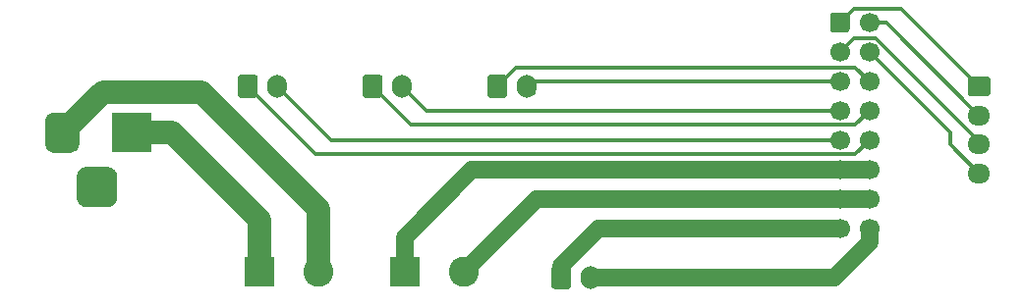
<source format=gbr>
%TF.GenerationSoftware,KiCad,Pcbnew,(5.1.12)-1*%
%TF.CreationDate,2021-12-09T20:49:17+01:00*%
%TF.ProjectId,adapter01,61646170-7465-4723-9031-2e6b69636164,rev?*%
%TF.SameCoordinates,Original*%
%TF.FileFunction,Copper,L1,Top*%
%TF.FilePolarity,Positive*%
%FSLAX46Y46*%
G04 Gerber Fmt 4.6, Leading zero omitted, Abs format (unit mm)*
G04 Created by KiCad (PCBNEW (5.1.12)-1) date 2021-12-09 20:49:17*
%MOMM*%
%LPD*%
G01*
G04 APERTURE LIST*
%TA.AperFunction,ComponentPad*%
%ADD10C,1.700000*%
%TD*%
%TA.AperFunction,ComponentPad*%
%ADD11O,1.700000X2.000000*%
%TD*%
%TA.AperFunction,ComponentPad*%
%ADD12O,1.950000X1.700000*%
%TD*%
%TA.AperFunction,ComponentPad*%
%ADD13R,2.600000X2.600000*%
%TD*%
%TA.AperFunction,ComponentPad*%
%ADD14C,2.600000*%
%TD*%
%TA.AperFunction,ComponentPad*%
%ADD15R,3.500000X3.500000*%
%TD*%
%TA.AperFunction,Conductor*%
%ADD16C,0.300000*%
%TD*%
%TA.AperFunction,Conductor*%
%ADD17C,0.250000*%
%TD*%
%TA.AperFunction,Conductor*%
%ADD18C,1.500000*%
%TD*%
%TA.AperFunction,Conductor*%
%ADD19C,2.000000*%
%TD*%
G04 APERTURE END LIST*
%TO.P,J7,1*%
%TO.N,Net-(J1-Pad1)*%
%TA.AperFunction,ComponentPad*%
G36*
G01*
X168150000Y-59100000D02*
X168150000Y-57900000D01*
G75*
G02*
X168400000Y-57650000I250000J0D01*
G01*
X169600000Y-57650000D01*
G75*
G02*
X169850000Y-57900000I0J-250000D01*
G01*
X169850000Y-59100000D01*
G75*
G02*
X169600000Y-59350000I-250000J0D01*
G01*
X168400000Y-59350000D01*
G75*
G02*
X168150000Y-59100000I0J250000D01*
G01*
G37*
%TD.AperFunction*%
D10*
%TO.P,J7,3*%
%TO.N,Net-(J1-Pad3)*%
X169000000Y-61040000D03*
%TO.P,J7,5*%
%TO.N,Net-(J2-Pad2)*%
X169000000Y-63580000D03*
%TO.P,J7,7*%
%TO.N,Net-(J3-Pad2)*%
X169000000Y-66120000D03*
%TO.P,J7,9*%
%TO.N,Net-(J4-Pad2)*%
X169000000Y-68660000D03*
%TO.P,J7,11*%
%TO.N,Net-(J5-Pad1)*%
X169000000Y-71200000D03*
%TO.P,J7,13*%
%TO.N,Net-(J5-Pad2)*%
X169000000Y-73740000D03*
%TO.P,J7,15*%
%TO.N,Net-(J6-Pad1)*%
X169000000Y-76280000D03*
%TO.P,J7,2*%
%TO.N,Net-(J1-Pad2)*%
X171540000Y-58500000D03*
%TO.P,J7,4*%
%TO.N,Net-(J1-Pad4)*%
X171540000Y-61040000D03*
%TO.P,J7,6*%
%TO.N,Net-(J2-Pad1)*%
X171540000Y-63580000D03*
%TO.P,J7,8*%
%TO.N,Net-(J3-Pad1)*%
X171540000Y-66120000D03*
%TO.P,J7,10*%
%TO.N,Net-(J4-Pad1)*%
X171540000Y-68660000D03*
%TO.P,J7,12*%
%TO.N,Net-(J5-Pad1)*%
X171540000Y-71200000D03*
%TO.P,J7,14*%
%TO.N,Net-(J5-Pad2)*%
X171540000Y-73740000D03*
%TO.P,J7,16*%
%TO.N,Net-(J6-Pad2)*%
X171540000Y-76280000D03*
%TD*%
%TO.P,J2,1*%
%TO.N,Net-(J2-Pad1)*%
%TA.AperFunction,ComponentPad*%
G36*
G01*
X138650000Y-64750000D02*
X138650000Y-63250000D01*
G75*
G02*
X138900000Y-63000000I250000J0D01*
G01*
X140100000Y-63000000D01*
G75*
G02*
X140350000Y-63250000I0J-250000D01*
G01*
X140350000Y-64750000D01*
G75*
G02*
X140100000Y-65000000I-250000J0D01*
G01*
X138900000Y-65000000D01*
G75*
G02*
X138650000Y-64750000I0J250000D01*
G01*
G37*
%TD.AperFunction*%
D11*
%TO.P,J2,2*%
%TO.N,Net-(J2-Pad2)*%
X142000000Y-64000000D03*
%TD*%
%TO.P,J1,1*%
%TO.N,Net-(J1-Pad1)*%
%TA.AperFunction,ComponentPad*%
G36*
G01*
X180275000Y-63150000D02*
X181725000Y-63150000D01*
G75*
G02*
X181975000Y-63400000I0J-250000D01*
G01*
X181975000Y-64600000D01*
G75*
G02*
X181725000Y-64850000I-250000J0D01*
G01*
X180275000Y-64850000D01*
G75*
G02*
X180025000Y-64600000I0J250000D01*
G01*
X180025000Y-63400000D01*
G75*
G02*
X180275000Y-63150000I250000J0D01*
G01*
G37*
%TD.AperFunction*%
D12*
%TO.P,J1,2*%
%TO.N,Net-(J1-Pad2)*%
X181000000Y-66500000D03*
%TO.P,J1,3*%
%TO.N,Net-(J1-Pad3)*%
X181000000Y-69000000D03*
%TO.P,J1,4*%
%TO.N,Net-(J1-Pad4)*%
X181000000Y-71500000D03*
%TD*%
D11*
%TO.P,J3,2*%
%TO.N,Net-(J3-Pad2)*%
X131250000Y-64000000D03*
%TO.P,J3,1*%
%TO.N,Net-(J3-Pad1)*%
%TA.AperFunction,ComponentPad*%
G36*
G01*
X127900000Y-64750000D02*
X127900000Y-63250000D01*
G75*
G02*
X128150000Y-63000000I250000J0D01*
G01*
X129350000Y-63000000D01*
G75*
G02*
X129600000Y-63250000I0J-250000D01*
G01*
X129600000Y-64750000D01*
G75*
G02*
X129350000Y-65000000I-250000J0D01*
G01*
X128150000Y-65000000D01*
G75*
G02*
X127900000Y-64750000I0J250000D01*
G01*
G37*
%TD.AperFunction*%
%TD*%
%TO.P,J4,1*%
%TO.N,Net-(J4-Pad1)*%
%TA.AperFunction,ComponentPad*%
G36*
G01*
X117150000Y-64750000D02*
X117150000Y-63250000D01*
G75*
G02*
X117400000Y-63000000I250000J0D01*
G01*
X118600000Y-63000000D01*
G75*
G02*
X118850000Y-63250000I0J-250000D01*
G01*
X118850000Y-64750000D01*
G75*
G02*
X118600000Y-65000000I-250000J0D01*
G01*
X117400000Y-65000000D01*
G75*
G02*
X117150000Y-64750000I0J250000D01*
G01*
G37*
%TD.AperFunction*%
%TO.P,J4,2*%
%TO.N,Net-(J4-Pad2)*%
X120500000Y-64000000D03*
%TD*%
D13*
%TO.P,J5,1*%
%TO.N,Net-(J5-Pad1)*%
X131500000Y-80000000D03*
D14*
%TO.P,J5,2*%
%TO.N,Net-(J5-Pad2)*%
X136580000Y-80000000D03*
%TD*%
D11*
%TO.P,J6,2*%
%TO.N,Net-(J6-Pad2)*%
X147500000Y-80500000D03*
%TO.P,J6,1*%
%TO.N,Net-(J6-Pad1)*%
%TA.AperFunction,ComponentPad*%
G36*
G01*
X144150000Y-81250000D02*
X144150000Y-79750000D01*
G75*
G02*
X144400000Y-79500000I250000J0D01*
G01*
X145600000Y-79500000D01*
G75*
G02*
X145850000Y-79750000I0J-250000D01*
G01*
X145850000Y-81250000D01*
G75*
G02*
X145600000Y-81500000I-250000J0D01*
G01*
X144400000Y-81500000D01*
G75*
G02*
X144150000Y-81250000I0J250000D01*
G01*
G37*
%TD.AperFunction*%
%TD*%
D15*
%TO.P,J8,1*%
%TO.N,Net-(J8-Pad1)*%
X108000000Y-68000000D03*
%TO.P,J8,2*%
%TO.N,Net-(J8-Pad2)*%
%TA.AperFunction,ComponentPad*%
G36*
G01*
X100500000Y-69000000D02*
X100500000Y-67000000D01*
G75*
G02*
X101250000Y-66250000I750000J0D01*
G01*
X102750000Y-66250000D01*
G75*
G02*
X103500000Y-67000000I0J-750000D01*
G01*
X103500000Y-69000000D01*
G75*
G02*
X102750000Y-69750000I-750000J0D01*
G01*
X101250000Y-69750000D01*
G75*
G02*
X100500000Y-69000000I0J750000D01*
G01*
G37*
%TD.AperFunction*%
%TO.P,J8,3*%
%TO.N,N/C*%
%TA.AperFunction,ComponentPad*%
G36*
G01*
X103250000Y-73575000D02*
X103250000Y-71825000D01*
G75*
G02*
X104125000Y-70950000I875000J0D01*
G01*
X105875000Y-70950000D01*
G75*
G02*
X106750000Y-71825000I0J-875000D01*
G01*
X106750000Y-73575000D01*
G75*
G02*
X105875000Y-74450000I-875000J0D01*
G01*
X104125000Y-74450000D01*
G75*
G02*
X103250000Y-73575000I0J875000D01*
G01*
G37*
%TD.AperFunction*%
%TD*%
D14*
%TO.P,J9,2*%
%TO.N,Net-(J8-Pad2)*%
X124080000Y-80000000D03*
D13*
%TO.P,J9,1*%
%TO.N,Net-(J8-Pad1)*%
X119000000Y-80000000D03*
%TD*%
D16*
%TO.N,Net-(J1-Pad1)*%
X174299999Y-57299999D02*
X181000000Y-64000000D01*
X170200001Y-57299999D02*
X174299999Y-57299999D01*
X169000000Y-58500000D02*
X170200001Y-57299999D01*
%TO.N,Net-(J1-Pad2)*%
X173000000Y-58500000D02*
X181000000Y-66500000D01*
X171540000Y-58500000D02*
X173000000Y-58500000D01*
%TO.N,Net-(J1-Pad3)*%
X181000000Y-68723998D02*
X181000000Y-69000000D01*
X172116001Y-59839999D02*
X181000000Y-68723998D01*
X170200001Y-59839999D02*
X172116001Y-59839999D01*
X169000000Y-61040000D02*
X170200001Y-59839999D01*
%TO.N,Net-(J1-Pad4)*%
X171540000Y-61040000D02*
X178500000Y-68000000D01*
X178500000Y-69000000D02*
X181000000Y-71500000D01*
X178500000Y-68000000D02*
X178500000Y-69000000D01*
%TO.N,Net-(J2-Pad1)*%
X170339999Y-62379999D02*
X171540000Y-63580000D01*
X141120001Y-62379999D02*
X170339999Y-62379999D01*
X139500000Y-64000000D02*
X141120001Y-62379999D01*
D17*
%TO.N,Net-(J2-Pad2)*%
X142580000Y-64580000D02*
X142000000Y-64000000D01*
D16*
X142420000Y-63580000D02*
X142000000Y-64000000D01*
X169000000Y-63580000D02*
X142420000Y-63580000D01*
%TO.N,Net-(J3-Pad2)*%
X133370000Y-66120000D02*
X169000000Y-66120000D01*
X131250000Y-64000000D02*
X133370000Y-66120000D01*
%TO.N,Net-(J3-Pad1)*%
X132070001Y-67320001D02*
X128750000Y-64000000D01*
X170339999Y-67320001D02*
X132070001Y-67320001D01*
X171540000Y-66120000D02*
X170339999Y-67320001D01*
%TO.N,Net-(J4-Pad1)*%
X123860001Y-69860001D02*
X118000000Y-64000000D01*
X170339999Y-69860001D02*
X123860001Y-69860001D01*
X171540000Y-68660000D02*
X170339999Y-69860001D01*
%TO.N,Net-(J4-Pad2)*%
X125160000Y-68660000D02*
X120500000Y-64000000D01*
X169000000Y-68660000D02*
X125160000Y-68660000D01*
D18*
%TO.N,Net-(J5-Pad1)*%
X131500000Y-77000000D02*
X131500000Y-80000000D01*
X137289989Y-71210011D02*
X131500000Y-77000000D01*
X170899191Y-71210011D02*
X137289989Y-71210011D01*
X170909202Y-71200000D02*
X170899191Y-71210011D01*
X171540000Y-71200000D02*
X170909202Y-71200000D01*
%TO.N,Net-(J5-Pad2)*%
X142840000Y-73740000D02*
X169000000Y-73740000D01*
X136580000Y-80000000D02*
X142840000Y-73740000D01*
X169000000Y-73740000D02*
X171540000Y-73740000D01*
%TO.N,Net-(J6-Pad2)*%
X171540000Y-77482081D02*
X171540000Y-76280000D01*
X168522081Y-80500000D02*
X171540000Y-77482081D01*
X147500000Y-80500000D02*
X168522081Y-80500000D01*
%TO.N,Net-(J6-Pad1)*%
X148220000Y-76280000D02*
X169000000Y-76280000D01*
X145000000Y-79500000D02*
X148220000Y-76280000D01*
X145000000Y-80500000D02*
X145000000Y-79500000D01*
D19*
%TO.N,Net-(J8-Pad1)*%
X108000000Y-68000000D02*
X111500000Y-68000000D01*
X119000000Y-75500000D02*
X119000000Y-80000000D01*
X111500000Y-68000000D02*
X119000000Y-75500000D01*
%TO.N,Net-(J8-Pad2)*%
X102000000Y-68000000D02*
X105500000Y-64500000D01*
X105500000Y-64500000D02*
X114000000Y-64500000D01*
X124080000Y-74580000D02*
X124080000Y-80000000D01*
X114000000Y-64500000D02*
X124080000Y-74580000D01*
%TD*%
M02*

</source>
